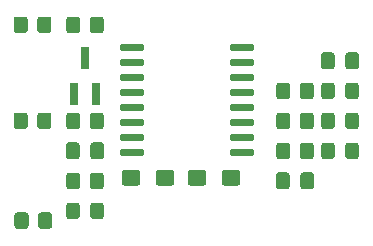
<source format=gtp>
G04 #@! TF.GenerationSoftware,KiCad,Pcbnew,5.1.12-84ad8e8a86~92~ubuntu16.04.1*
G04 #@! TF.CreationDate,2022-12-06T21:02:49+01:00*
G04 #@! TF.ProjectId,RS485-TTL,52533438-352d-4545-944c-2e6b69636164,rev?*
G04 #@! TF.SameCoordinates,Original*
G04 #@! TF.FileFunction,Paste,Top*
G04 #@! TF.FilePolarity,Positive*
%FSLAX46Y46*%
G04 Gerber Fmt 4.6, Leading zero omitted, Abs format (unit mm)*
G04 Created by KiCad (PCBNEW 5.1.12-84ad8e8a86~92~ubuntu16.04.1) date 2022-12-06 21:02:49*
%MOMM*%
%LPD*%
G01*
G04 APERTURE LIST*
%ADD10R,0.800000X1.900000*%
G04 APERTURE END LIST*
G36*
G01*
X154574000Y-90087001D02*
X154574000Y-89236999D01*
G75*
G02*
X154823999Y-88987000I249999J0D01*
G01*
X155899001Y-88987000D01*
G75*
G02*
X156149000Y-89236999I0J-249999D01*
G01*
X156149000Y-90087001D01*
G75*
G02*
X155899001Y-90337000I-249999J0D01*
G01*
X154823999Y-90337000D01*
G75*
G02*
X154574000Y-90087001I0J249999D01*
G01*
G37*
G36*
G01*
X151699000Y-90087001D02*
X151699000Y-89236999D01*
G75*
G02*
X151948999Y-88987000I249999J0D01*
G01*
X153024001Y-88987000D01*
G75*
G02*
X153274000Y-89236999I0J-249999D01*
G01*
X153274000Y-90087001D01*
G75*
G02*
X153024001Y-90337000I-249999J0D01*
G01*
X151948999Y-90337000D01*
G75*
G02*
X151699000Y-90087001I0J249999D01*
G01*
G37*
G36*
G01*
X141402000Y-85286001D02*
X141402000Y-84385999D01*
G75*
G02*
X141651999Y-84136000I249999J0D01*
G01*
X142352001Y-84136000D01*
G75*
G02*
X142602000Y-84385999I0J-249999D01*
G01*
X142602000Y-85286001D01*
G75*
G02*
X142352001Y-85536000I-249999J0D01*
G01*
X141651999Y-85536000D01*
G75*
G02*
X141402000Y-85286001I0J249999D01*
G01*
G37*
G36*
G01*
X143402000Y-85286001D02*
X143402000Y-84385999D01*
G75*
G02*
X143651999Y-84136000I249999J0D01*
G01*
X144352001Y-84136000D01*
G75*
G02*
X144602000Y-84385999I0J-249999D01*
G01*
X144602000Y-85286001D01*
G75*
G02*
X144352001Y-85536000I-249999J0D01*
G01*
X143651999Y-85536000D01*
G75*
G02*
X143402000Y-85286001I0J249999D01*
G01*
G37*
G36*
G01*
X159157000Y-90391000D02*
X159157000Y-89441000D01*
G75*
G02*
X159407000Y-89191000I250000J0D01*
G01*
X160082000Y-89191000D01*
G75*
G02*
X160332000Y-89441000I0J-250000D01*
G01*
X160332000Y-90391000D01*
G75*
G02*
X160082000Y-90641000I-250000J0D01*
G01*
X159407000Y-90641000D01*
G75*
G02*
X159157000Y-90391000I0J250000D01*
G01*
G37*
G36*
G01*
X161232000Y-90391000D02*
X161232000Y-89441000D01*
G75*
G02*
X161482000Y-89191000I250000J0D01*
G01*
X162157000Y-89191000D01*
G75*
G02*
X162407000Y-89441000I0J-250000D01*
G01*
X162407000Y-90391000D01*
G75*
G02*
X162157000Y-90641000I-250000J0D01*
G01*
X161482000Y-90641000D01*
G75*
G02*
X161232000Y-90391000I0J250000D01*
G01*
G37*
G36*
G01*
X141377000Y-87851000D02*
X141377000Y-86901000D01*
G75*
G02*
X141627000Y-86651000I250000J0D01*
G01*
X142302000Y-86651000D01*
G75*
G02*
X142552000Y-86901000I0J-250000D01*
G01*
X142552000Y-87851000D01*
G75*
G02*
X142302000Y-88101000I-250000J0D01*
G01*
X141627000Y-88101000D01*
G75*
G02*
X141377000Y-87851000I0J250000D01*
G01*
G37*
G36*
G01*
X143452000Y-87851000D02*
X143452000Y-86901000D01*
G75*
G02*
X143702000Y-86651000I250000J0D01*
G01*
X144377000Y-86651000D01*
G75*
G02*
X144627000Y-86901000I0J-250000D01*
G01*
X144627000Y-87851000D01*
G75*
G02*
X144377000Y-88101000I-250000J0D01*
G01*
X143702000Y-88101000D01*
G75*
G02*
X143452000Y-87851000I0J250000D01*
G01*
G37*
G36*
G01*
X150561000Y-89236999D02*
X150561000Y-90087001D01*
G75*
G02*
X150311001Y-90337000I-249999J0D01*
G01*
X149235999Y-90337000D01*
G75*
G02*
X148986000Y-90087001I0J249999D01*
G01*
X148986000Y-89236999D01*
G75*
G02*
X149235999Y-88987000I249999J0D01*
G01*
X150311001Y-88987000D01*
G75*
G02*
X150561000Y-89236999I0J-249999D01*
G01*
G37*
G36*
G01*
X147686000Y-89236999D02*
X147686000Y-90087001D01*
G75*
G02*
X147436001Y-90337000I-249999J0D01*
G01*
X146360999Y-90337000D01*
G75*
G02*
X146111000Y-90087001I0J249999D01*
G01*
X146111000Y-89236999D01*
G75*
G02*
X146360999Y-88987000I249999J0D01*
G01*
X147436001Y-88987000D01*
G75*
G02*
X147686000Y-89236999I0J-249999D01*
G01*
G37*
D10*
X142052000Y-82526000D03*
X143952000Y-82526000D03*
X143002000Y-79526000D03*
G36*
G01*
X141402000Y-77158001D02*
X141402000Y-76257999D01*
G75*
G02*
X141651999Y-76008000I249999J0D01*
G01*
X142352001Y-76008000D01*
G75*
G02*
X142602000Y-76257999I0J-249999D01*
G01*
X142602000Y-77158001D01*
G75*
G02*
X142352001Y-77408000I-249999J0D01*
G01*
X141651999Y-77408000D01*
G75*
G02*
X141402000Y-77158001I0J249999D01*
G01*
G37*
G36*
G01*
X143402000Y-77158001D02*
X143402000Y-76257999D01*
G75*
G02*
X143651999Y-76008000I249999J0D01*
G01*
X144352001Y-76008000D01*
G75*
G02*
X144602000Y-76257999I0J-249999D01*
G01*
X144602000Y-77158001D01*
G75*
G02*
X144352001Y-77408000I-249999J0D01*
G01*
X143651999Y-77408000D01*
G75*
G02*
X143402000Y-77158001I0J249999D01*
G01*
G37*
G36*
G01*
X157313000Y-87353000D02*
X157313000Y-87653000D01*
G75*
G02*
X157163000Y-87803000I-150000J0D01*
G01*
X155413000Y-87803000D01*
G75*
G02*
X155263000Y-87653000I0J150000D01*
G01*
X155263000Y-87353000D01*
G75*
G02*
X155413000Y-87203000I150000J0D01*
G01*
X157163000Y-87203000D01*
G75*
G02*
X157313000Y-87353000I0J-150000D01*
G01*
G37*
G36*
G01*
X157313000Y-86083000D02*
X157313000Y-86383000D01*
G75*
G02*
X157163000Y-86533000I-150000J0D01*
G01*
X155413000Y-86533000D01*
G75*
G02*
X155263000Y-86383000I0J150000D01*
G01*
X155263000Y-86083000D01*
G75*
G02*
X155413000Y-85933000I150000J0D01*
G01*
X157163000Y-85933000D01*
G75*
G02*
X157313000Y-86083000I0J-150000D01*
G01*
G37*
G36*
G01*
X157313000Y-84813000D02*
X157313000Y-85113000D01*
G75*
G02*
X157163000Y-85263000I-150000J0D01*
G01*
X155413000Y-85263000D01*
G75*
G02*
X155263000Y-85113000I0J150000D01*
G01*
X155263000Y-84813000D01*
G75*
G02*
X155413000Y-84663000I150000J0D01*
G01*
X157163000Y-84663000D01*
G75*
G02*
X157313000Y-84813000I0J-150000D01*
G01*
G37*
G36*
G01*
X157313000Y-83543000D02*
X157313000Y-83843000D01*
G75*
G02*
X157163000Y-83993000I-150000J0D01*
G01*
X155413000Y-83993000D01*
G75*
G02*
X155263000Y-83843000I0J150000D01*
G01*
X155263000Y-83543000D01*
G75*
G02*
X155413000Y-83393000I150000J0D01*
G01*
X157163000Y-83393000D01*
G75*
G02*
X157313000Y-83543000I0J-150000D01*
G01*
G37*
G36*
G01*
X157313000Y-82273000D02*
X157313000Y-82573000D01*
G75*
G02*
X157163000Y-82723000I-150000J0D01*
G01*
X155413000Y-82723000D01*
G75*
G02*
X155263000Y-82573000I0J150000D01*
G01*
X155263000Y-82273000D01*
G75*
G02*
X155413000Y-82123000I150000J0D01*
G01*
X157163000Y-82123000D01*
G75*
G02*
X157313000Y-82273000I0J-150000D01*
G01*
G37*
G36*
G01*
X157313000Y-81003000D02*
X157313000Y-81303000D01*
G75*
G02*
X157163000Y-81453000I-150000J0D01*
G01*
X155413000Y-81453000D01*
G75*
G02*
X155263000Y-81303000I0J150000D01*
G01*
X155263000Y-81003000D01*
G75*
G02*
X155413000Y-80853000I150000J0D01*
G01*
X157163000Y-80853000D01*
G75*
G02*
X157313000Y-81003000I0J-150000D01*
G01*
G37*
G36*
G01*
X157313000Y-79733000D02*
X157313000Y-80033000D01*
G75*
G02*
X157163000Y-80183000I-150000J0D01*
G01*
X155413000Y-80183000D01*
G75*
G02*
X155263000Y-80033000I0J150000D01*
G01*
X155263000Y-79733000D01*
G75*
G02*
X155413000Y-79583000I150000J0D01*
G01*
X157163000Y-79583000D01*
G75*
G02*
X157313000Y-79733000I0J-150000D01*
G01*
G37*
G36*
G01*
X157313000Y-78463000D02*
X157313000Y-78763000D01*
G75*
G02*
X157163000Y-78913000I-150000J0D01*
G01*
X155413000Y-78913000D01*
G75*
G02*
X155263000Y-78763000I0J150000D01*
G01*
X155263000Y-78463000D01*
G75*
G02*
X155413000Y-78313000I150000J0D01*
G01*
X157163000Y-78313000D01*
G75*
G02*
X157313000Y-78463000I0J-150000D01*
G01*
G37*
G36*
G01*
X148013000Y-78463000D02*
X148013000Y-78763000D01*
G75*
G02*
X147863000Y-78913000I-150000J0D01*
G01*
X146113000Y-78913000D01*
G75*
G02*
X145963000Y-78763000I0J150000D01*
G01*
X145963000Y-78463000D01*
G75*
G02*
X146113000Y-78313000I150000J0D01*
G01*
X147863000Y-78313000D01*
G75*
G02*
X148013000Y-78463000I0J-150000D01*
G01*
G37*
G36*
G01*
X148013000Y-79733000D02*
X148013000Y-80033000D01*
G75*
G02*
X147863000Y-80183000I-150000J0D01*
G01*
X146113000Y-80183000D01*
G75*
G02*
X145963000Y-80033000I0J150000D01*
G01*
X145963000Y-79733000D01*
G75*
G02*
X146113000Y-79583000I150000J0D01*
G01*
X147863000Y-79583000D01*
G75*
G02*
X148013000Y-79733000I0J-150000D01*
G01*
G37*
G36*
G01*
X148013000Y-81003000D02*
X148013000Y-81303000D01*
G75*
G02*
X147863000Y-81453000I-150000J0D01*
G01*
X146113000Y-81453000D01*
G75*
G02*
X145963000Y-81303000I0J150000D01*
G01*
X145963000Y-81003000D01*
G75*
G02*
X146113000Y-80853000I150000J0D01*
G01*
X147863000Y-80853000D01*
G75*
G02*
X148013000Y-81003000I0J-150000D01*
G01*
G37*
G36*
G01*
X148013000Y-82273000D02*
X148013000Y-82573000D01*
G75*
G02*
X147863000Y-82723000I-150000J0D01*
G01*
X146113000Y-82723000D01*
G75*
G02*
X145963000Y-82573000I0J150000D01*
G01*
X145963000Y-82273000D01*
G75*
G02*
X146113000Y-82123000I150000J0D01*
G01*
X147863000Y-82123000D01*
G75*
G02*
X148013000Y-82273000I0J-150000D01*
G01*
G37*
G36*
G01*
X148013000Y-83543000D02*
X148013000Y-83843000D01*
G75*
G02*
X147863000Y-83993000I-150000J0D01*
G01*
X146113000Y-83993000D01*
G75*
G02*
X145963000Y-83843000I0J150000D01*
G01*
X145963000Y-83543000D01*
G75*
G02*
X146113000Y-83393000I150000J0D01*
G01*
X147863000Y-83393000D01*
G75*
G02*
X148013000Y-83543000I0J-150000D01*
G01*
G37*
G36*
G01*
X148013000Y-84813000D02*
X148013000Y-85113000D01*
G75*
G02*
X147863000Y-85263000I-150000J0D01*
G01*
X146113000Y-85263000D01*
G75*
G02*
X145963000Y-85113000I0J150000D01*
G01*
X145963000Y-84813000D01*
G75*
G02*
X146113000Y-84663000I150000J0D01*
G01*
X147863000Y-84663000D01*
G75*
G02*
X148013000Y-84813000I0J-150000D01*
G01*
G37*
G36*
G01*
X148013000Y-86083000D02*
X148013000Y-86383000D01*
G75*
G02*
X147863000Y-86533000I-150000J0D01*
G01*
X146113000Y-86533000D01*
G75*
G02*
X145963000Y-86383000I0J150000D01*
G01*
X145963000Y-86083000D01*
G75*
G02*
X146113000Y-85933000I150000J0D01*
G01*
X147863000Y-85933000D01*
G75*
G02*
X148013000Y-86083000I0J-150000D01*
G01*
G37*
G36*
G01*
X148013000Y-87353000D02*
X148013000Y-87653000D01*
G75*
G02*
X147863000Y-87803000I-150000J0D01*
G01*
X146113000Y-87803000D01*
G75*
G02*
X145963000Y-87653000I0J150000D01*
G01*
X145963000Y-87353000D01*
G75*
G02*
X146113000Y-87203000I150000J0D01*
G01*
X147863000Y-87203000D01*
G75*
G02*
X148013000Y-87353000I0J-150000D01*
G01*
G37*
G36*
G01*
X166192000Y-81845999D02*
X166192000Y-82746001D01*
G75*
G02*
X165942001Y-82996000I-249999J0D01*
G01*
X165291999Y-82996000D01*
G75*
G02*
X165042000Y-82746001I0J249999D01*
G01*
X165042000Y-81845999D01*
G75*
G02*
X165291999Y-81596000I249999J0D01*
G01*
X165942001Y-81596000D01*
G75*
G02*
X166192000Y-81845999I0J-249999D01*
G01*
G37*
G36*
G01*
X164142000Y-81845999D02*
X164142000Y-82746001D01*
G75*
G02*
X163892001Y-82996000I-249999J0D01*
G01*
X163241999Y-82996000D01*
G75*
G02*
X162992000Y-82746001I0J249999D01*
G01*
X162992000Y-81845999D01*
G75*
G02*
X163241999Y-81596000I249999J0D01*
G01*
X163892001Y-81596000D01*
G75*
G02*
X164142000Y-81845999I0J-249999D01*
G01*
G37*
G36*
G01*
X164142000Y-84385999D02*
X164142000Y-85286001D01*
G75*
G02*
X163892001Y-85536000I-249999J0D01*
G01*
X163241999Y-85536000D01*
G75*
G02*
X162992000Y-85286001I0J249999D01*
G01*
X162992000Y-84385999D01*
G75*
G02*
X163241999Y-84136000I249999J0D01*
G01*
X163892001Y-84136000D01*
G75*
G02*
X164142000Y-84385999I0J-249999D01*
G01*
G37*
G36*
G01*
X166192000Y-84385999D02*
X166192000Y-85286001D01*
G75*
G02*
X165942001Y-85536000I-249999J0D01*
G01*
X165291999Y-85536000D01*
G75*
G02*
X165042000Y-85286001I0J249999D01*
G01*
X165042000Y-84385999D01*
G75*
G02*
X165291999Y-84136000I249999J0D01*
G01*
X165942001Y-84136000D01*
G75*
G02*
X166192000Y-84385999I0J-249999D01*
G01*
G37*
G36*
G01*
X166192000Y-86925999D02*
X166192000Y-87826001D01*
G75*
G02*
X165942001Y-88076000I-249999J0D01*
G01*
X165291999Y-88076000D01*
G75*
G02*
X165042000Y-87826001I0J249999D01*
G01*
X165042000Y-86925999D01*
G75*
G02*
X165291999Y-86676000I249999J0D01*
G01*
X165942001Y-86676000D01*
G75*
G02*
X166192000Y-86925999I0J-249999D01*
G01*
G37*
G36*
G01*
X164142000Y-86925999D02*
X164142000Y-87826001D01*
G75*
G02*
X163892001Y-88076000I-249999J0D01*
G01*
X163241999Y-88076000D01*
G75*
G02*
X162992000Y-87826001I0J249999D01*
G01*
X162992000Y-86925999D01*
G75*
G02*
X163241999Y-86676000I249999J0D01*
G01*
X163892001Y-86676000D01*
G75*
G02*
X164142000Y-86925999I0J-249999D01*
G01*
G37*
G36*
G01*
X142552000Y-92005999D02*
X142552000Y-92906001D01*
G75*
G02*
X142302001Y-93156000I-249999J0D01*
G01*
X141651999Y-93156000D01*
G75*
G02*
X141402000Y-92906001I0J249999D01*
G01*
X141402000Y-92005999D01*
G75*
G02*
X141651999Y-91756000I249999J0D01*
G01*
X142302001Y-91756000D01*
G75*
G02*
X142552000Y-92005999I0J-249999D01*
G01*
G37*
G36*
G01*
X144602000Y-92005999D02*
X144602000Y-92906001D01*
G75*
G02*
X144352001Y-93156000I-249999J0D01*
G01*
X143701999Y-93156000D01*
G75*
G02*
X143452000Y-92906001I0J249999D01*
G01*
X143452000Y-92005999D01*
G75*
G02*
X143701999Y-91756000I249999J0D01*
G01*
X144352001Y-91756000D01*
G75*
G02*
X144602000Y-92005999I0J-249999D01*
G01*
G37*
G36*
G01*
X159182000Y-82746001D02*
X159182000Y-81845999D01*
G75*
G02*
X159431999Y-81596000I249999J0D01*
G01*
X160132001Y-81596000D01*
G75*
G02*
X160382000Y-81845999I0J-249999D01*
G01*
X160382000Y-82746001D01*
G75*
G02*
X160132001Y-82996000I-249999J0D01*
G01*
X159431999Y-82996000D01*
G75*
G02*
X159182000Y-82746001I0J249999D01*
G01*
G37*
G36*
G01*
X161182000Y-82746001D02*
X161182000Y-81845999D01*
G75*
G02*
X161431999Y-81596000I249999J0D01*
G01*
X162132001Y-81596000D01*
G75*
G02*
X162382000Y-81845999I0J-249999D01*
G01*
X162382000Y-82746001D01*
G75*
G02*
X162132001Y-82996000I-249999J0D01*
G01*
X161431999Y-82996000D01*
G75*
G02*
X161182000Y-82746001I0J249999D01*
G01*
G37*
G36*
G01*
X161182000Y-85286001D02*
X161182000Y-84385999D01*
G75*
G02*
X161431999Y-84136000I249999J0D01*
G01*
X162132001Y-84136000D01*
G75*
G02*
X162382000Y-84385999I0J-249999D01*
G01*
X162382000Y-85286001D01*
G75*
G02*
X162132001Y-85536000I-249999J0D01*
G01*
X161431999Y-85536000D01*
G75*
G02*
X161182000Y-85286001I0J249999D01*
G01*
G37*
G36*
G01*
X159182000Y-85286001D02*
X159182000Y-84385999D01*
G75*
G02*
X159431999Y-84136000I249999J0D01*
G01*
X160132001Y-84136000D01*
G75*
G02*
X160382000Y-84385999I0J-249999D01*
G01*
X160382000Y-85286001D01*
G75*
G02*
X160132001Y-85536000I-249999J0D01*
G01*
X159431999Y-85536000D01*
G75*
G02*
X159182000Y-85286001I0J249999D01*
G01*
G37*
G36*
G01*
X159182000Y-87826001D02*
X159182000Y-86925999D01*
G75*
G02*
X159431999Y-86676000I249999J0D01*
G01*
X160132001Y-86676000D01*
G75*
G02*
X160382000Y-86925999I0J-249999D01*
G01*
X160382000Y-87826001D01*
G75*
G02*
X160132001Y-88076000I-249999J0D01*
G01*
X159431999Y-88076000D01*
G75*
G02*
X159182000Y-87826001I0J249999D01*
G01*
G37*
G36*
G01*
X161182000Y-87826001D02*
X161182000Y-86925999D01*
G75*
G02*
X161431999Y-86676000I249999J0D01*
G01*
X162132001Y-86676000D01*
G75*
G02*
X162382000Y-86925999I0J-249999D01*
G01*
X162382000Y-87826001D01*
G75*
G02*
X162132001Y-88076000I-249999J0D01*
G01*
X161431999Y-88076000D01*
G75*
G02*
X161182000Y-87826001I0J249999D01*
G01*
G37*
G36*
G01*
X142602000Y-89465999D02*
X142602000Y-90366001D01*
G75*
G02*
X142352001Y-90616000I-249999J0D01*
G01*
X141651999Y-90616000D01*
G75*
G02*
X141402000Y-90366001I0J249999D01*
G01*
X141402000Y-89465999D01*
G75*
G02*
X141651999Y-89216000I249999J0D01*
G01*
X142352001Y-89216000D01*
G75*
G02*
X142602000Y-89465999I0J-249999D01*
G01*
G37*
G36*
G01*
X144602000Y-89465999D02*
X144602000Y-90366001D01*
G75*
G02*
X144352001Y-90616000I-249999J0D01*
G01*
X143651999Y-90616000D01*
G75*
G02*
X143402000Y-90366001I0J249999D01*
G01*
X143402000Y-89465999D01*
G75*
G02*
X143651999Y-89216000I249999J0D01*
G01*
X144352001Y-89216000D01*
G75*
G02*
X144602000Y-89465999I0J-249999D01*
G01*
G37*
G36*
G01*
X166217000Y-79281000D02*
X166217000Y-80231000D01*
G75*
G02*
X165967000Y-80481000I-250000J0D01*
G01*
X165292000Y-80481000D01*
G75*
G02*
X165042000Y-80231000I0J250000D01*
G01*
X165042000Y-79281000D01*
G75*
G02*
X165292000Y-79031000I250000J0D01*
G01*
X165967000Y-79031000D01*
G75*
G02*
X166217000Y-79281000I0J-250000D01*
G01*
G37*
G36*
G01*
X164142000Y-79281000D02*
X164142000Y-80231000D01*
G75*
G02*
X163892000Y-80481000I-250000J0D01*
G01*
X163217000Y-80481000D01*
G75*
G02*
X162967000Y-80231000I0J250000D01*
G01*
X162967000Y-79281000D01*
G75*
G02*
X163217000Y-79031000I250000J0D01*
G01*
X163892000Y-79031000D01*
G75*
G02*
X164142000Y-79281000I0J-250000D01*
G01*
G37*
G36*
G01*
X136957000Y-77158001D02*
X136957000Y-76257999D01*
G75*
G02*
X137206999Y-76008000I249999J0D01*
G01*
X137907001Y-76008000D01*
G75*
G02*
X138157000Y-76257999I0J-249999D01*
G01*
X138157000Y-77158001D01*
G75*
G02*
X137907001Y-77408000I-249999J0D01*
G01*
X137206999Y-77408000D01*
G75*
G02*
X136957000Y-77158001I0J249999D01*
G01*
G37*
G36*
G01*
X138957000Y-77158001D02*
X138957000Y-76257999D01*
G75*
G02*
X139206999Y-76008000I249999J0D01*
G01*
X139907001Y-76008000D01*
G75*
G02*
X140157000Y-76257999I0J-249999D01*
G01*
X140157000Y-77158001D01*
G75*
G02*
X139907001Y-77408000I-249999J0D01*
G01*
X139206999Y-77408000D01*
G75*
G02*
X138957000Y-77158001I0J249999D01*
G01*
G37*
G36*
G01*
X138957000Y-85286001D02*
X138957000Y-84385999D01*
G75*
G02*
X139206999Y-84136000I249999J0D01*
G01*
X139907001Y-84136000D01*
G75*
G02*
X140157000Y-84385999I0J-249999D01*
G01*
X140157000Y-85286001D01*
G75*
G02*
X139907001Y-85536000I-249999J0D01*
G01*
X139206999Y-85536000D01*
G75*
G02*
X138957000Y-85286001I0J249999D01*
G01*
G37*
G36*
G01*
X136957000Y-85286001D02*
X136957000Y-84385999D01*
G75*
G02*
X137206999Y-84136000I249999J0D01*
G01*
X137907001Y-84136000D01*
G75*
G02*
X138157000Y-84385999I0J-249999D01*
G01*
X138157000Y-85286001D01*
G75*
G02*
X137907001Y-85536000I-249999J0D01*
G01*
X137206999Y-85536000D01*
G75*
G02*
X136957000Y-85286001I0J249999D01*
G01*
G37*
G36*
G01*
X137020500Y-93731501D02*
X137020500Y-92831499D01*
G75*
G02*
X137270499Y-92581500I249999J0D01*
G01*
X137970501Y-92581500D01*
G75*
G02*
X138220500Y-92831499I0J-249999D01*
G01*
X138220500Y-93731501D01*
G75*
G02*
X137970501Y-93981500I-249999J0D01*
G01*
X137270499Y-93981500D01*
G75*
G02*
X137020500Y-93731501I0J249999D01*
G01*
G37*
G36*
G01*
X139020500Y-93731501D02*
X139020500Y-92831499D01*
G75*
G02*
X139270499Y-92581500I249999J0D01*
G01*
X139970501Y-92581500D01*
G75*
G02*
X140220500Y-92831499I0J-249999D01*
G01*
X140220500Y-93731501D01*
G75*
G02*
X139970501Y-93981500I-249999J0D01*
G01*
X139270499Y-93981500D01*
G75*
G02*
X139020500Y-93731501I0J249999D01*
G01*
G37*
M02*

</source>
